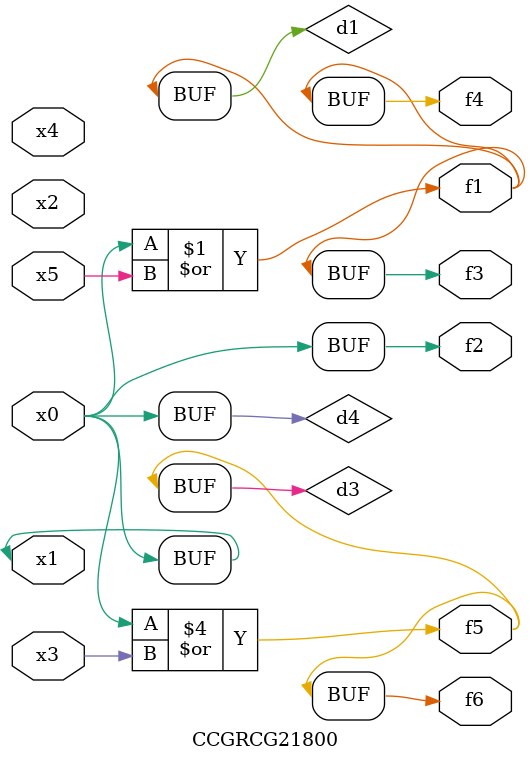
<source format=v>
module CCGRCG21800(
	input x0, x1, x2, x3, x4, x5,
	output f1, f2, f3, f4, f5, f6
);

	wire d1, d2, d3, d4;

	or (d1, x0, x5);
	xnor (d2, x1, x4);
	or (d3, x0, x3);
	buf (d4, x0, x1);
	assign f1 = d1;
	assign f2 = d4;
	assign f3 = d1;
	assign f4 = d1;
	assign f5 = d3;
	assign f6 = d3;
endmodule

</source>
